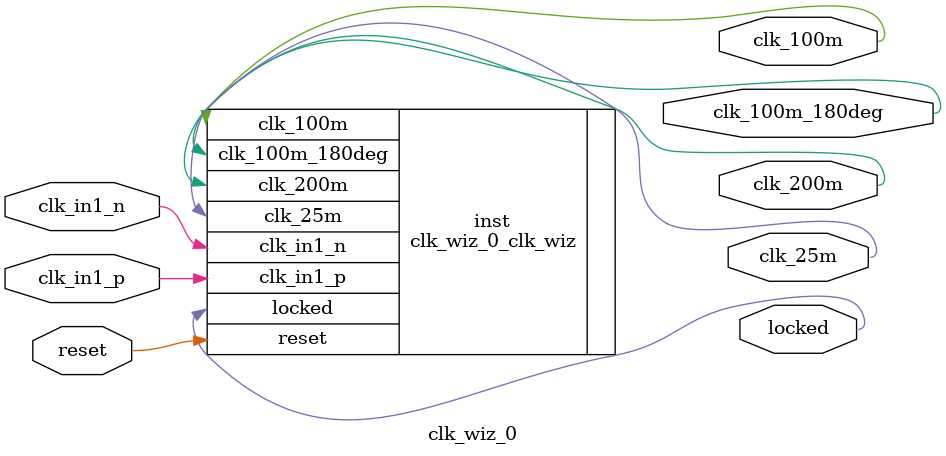
<source format=sv>


`timescale 1ps/1ps

(* CORE_GENERATION_INFO = "clk_wiz_0,clk_wiz_v6_0_4_0_0,{component_name=clk_wiz_0,use_phase_alignment=true,use_min_o_jitter=false,use_max_i_jitter=false,use_dyn_phase_shift=false,use_inclk_switchover=false,use_dyn_reconfig=false,enable_axi=0,feedback_source=FDBK_AUTO,PRIMITIVE=MMCM,num_out_clk=4,clkin1_period=10.000,clkin2_period=10.000,use_power_down=false,use_reset=true,use_locked=true,use_inclk_stopped=false,feedback_type=SINGLE,CLOCK_MGR_TYPE=NA,manual_override=false}" *)

module clk_wiz_0 
 (
  // Clock out ports
  output        clk_200m,
  output        clk_100m,
  output        clk_100m_180deg,
  output        clk_25m,
  // Status and control signals
  input         reset,
  output        locked,
 // Clock in ports
  input         clk_in1_p,
  input         clk_in1_n
 );

  clk_wiz_0_clk_wiz inst
  (
  // Clock out ports  
  .clk_200m(clk_200m),
  .clk_100m(clk_100m),
  .clk_100m_180deg(clk_100m_180deg),
  .clk_25m(clk_25m),
  // Status and control signals               
  .reset(reset), 
  .locked(locked),
 // Clock in ports
  .clk_in1_p(clk_in1_p),
  .clk_in1_n(clk_in1_n)
  );

endmodule

</source>
